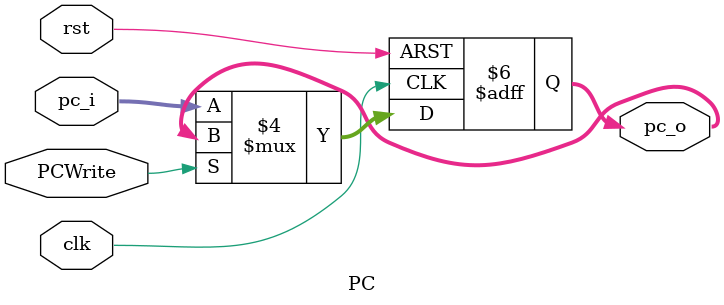
<source format=v>
module PC (
    input clk,
    input rst,
    input [31:0] pc_i,
    input PCWrite,
    output reg [31:0] pc_o
);

    always @(posedge clk or negedge rst) begin
        if (!rst) begin
            pc_o <= 0;
        end else if (PCWrite) begin
            pc_o <= pc_o;
        end else begin
            pc_o <= pc_i;
        end
    end
endmodule

</source>
